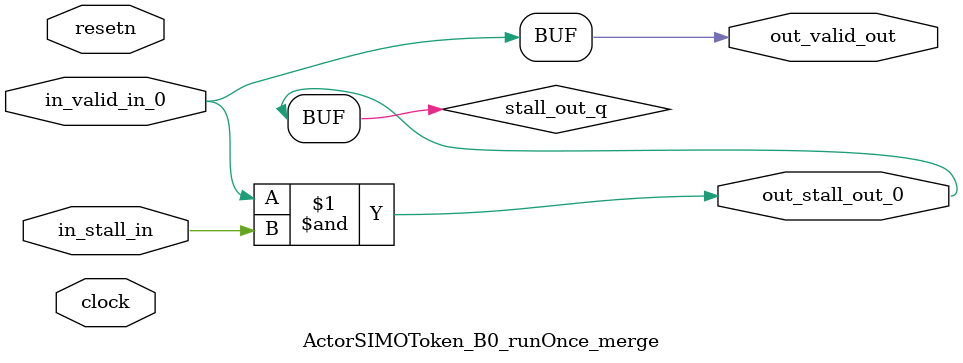
<source format=sv>



(* altera_attribute = "-name AUTO_SHIFT_REGISTER_RECOGNITION OFF; -name MESSAGE_DISABLE 10036; -name MESSAGE_DISABLE 10037; -name MESSAGE_DISABLE 14130; -name MESSAGE_DISABLE 14320; -name MESSAGE_DISABLE 15400; -name MESSAGE_DISABLE 14130; -name MESSAGE_DISABLE 10036; -name MESSAGE_DISABLE 12020; -name MESSAGE_DISABLE 12030; -name MESSAGE_DISABLE 12010; -name MESSAGE_DISABLE 12110; -name MESSAGE_DISABLE 14320; -name MESSAGE_DISABLE 13410; -name MESSAGE_DISABLE 113007; -name MESSAGE_DISABLE 10958" *)
module ActorSIMOToken_B0_runOnce_merge (
    input wire [0:0] in_stall_in,
    input wire [0:0] in_valid_in_0,
    output wire [0:0] out_stall_out_0,
    output wire [0:0] out_valid_out,
    input wire clock,
    input wire resetn
    );

    wire [0:0] stall_out_q;


    // stall_out(LOGICAL,6)
    assign stall_out_q = in_valid_in_0 & in_stall_in;

    // out_stall_out_0(GPOUT,4)
    assign out_stall_out_0 = stall_out_q;

    // out_valid_out(GPOUT,5)
    assign out_valid_out = in_valid_in_0;

endmodule

</source>
